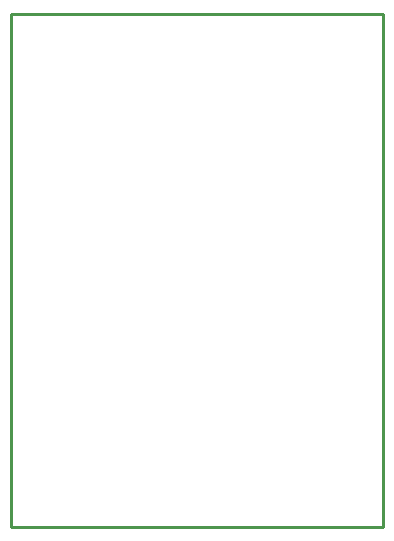
<source format=gbr>
G04 EAGLE Gerber RS-274X export*
G75*
%MOMM*%
%FSLAX34Y34*%
%LPD*%
%IN*%
%IPPOS*%
%AMOC8*
5,1,8,0,0,1.08239X$1,22.5*%
G01*
G04 Define Apertures*
%ADD10C,0.254000*%
D10*
X60000Y0D02*
X375000Y0D01*
X375000Y434000D01*
X60000Y434000D01*
X60000Y0D01*
M02*

</source>
